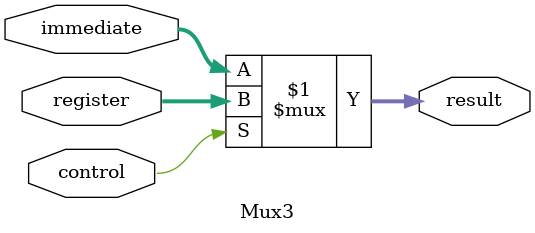
<source format=v>
`timescale 1ns / 1ps
module Mux3(
    input [63:0] register,
    input [63:0] immediate,
    input control,
    output [63:0] result
    );

      assign result = (control)? register: immediate; //+64 0's here?

endmodule

</source>
